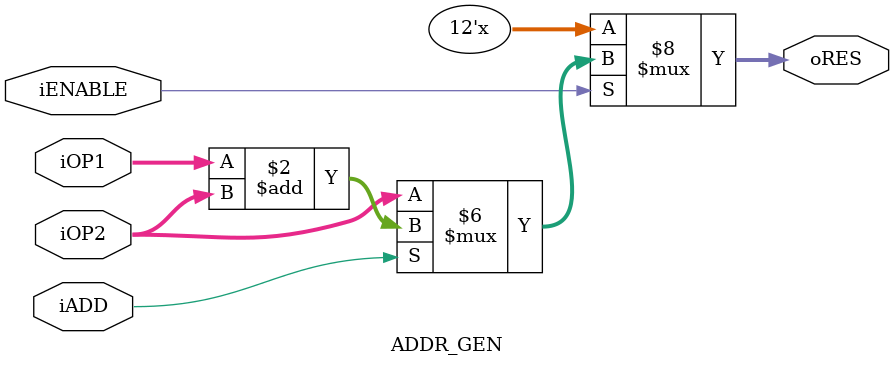
<source format=v>

`include "const.h"

`default_nettype none

module ADDR_GEN #(parameter _DELAY = 700)
  (
   input wire 	     iENABLE,
   input wire        iADD, // 1: add iOP1 and iOP2, 0: iOP2 goes through
   input wire [11:0] iOP1, // operand 1
   input wire [11:0] iOP2, // operand 2
   output reg [11:0] oRES  // result of operation
   );

   initial begin
      oRES <= 12'ozzz;
   end

   always @(iENABLE) #_DELAY begin
      if (iENABLE) begin 
	 if (iADD) oRES <= iOP1 + iOP2; // relative address
	 else oRES <= iOP2;	// absolute address
      end
      else oRES <= 12'bzzzz_zzzz_zzzz;
   end
endmodule

`default_nettype wire

</source>
